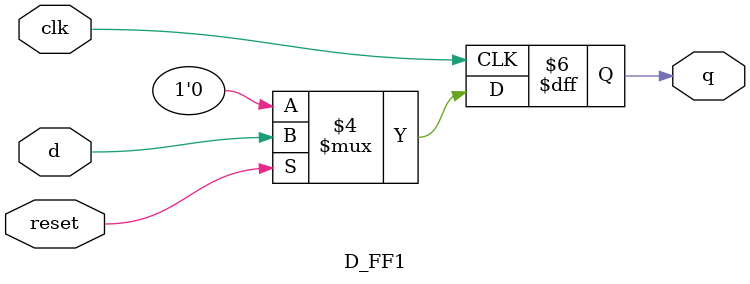
<source format=v>
module D_FF1 # (parameter port = 1) (d, q, clk, reset);

    input [port-1:0] d;
    input clk, reset;
    output reg [port-1:0] q;

    always @ (posedge clk)
    begin
        if(!reset)
            q <= 'd0;
        else
            q <= d; // On clk edge, capture input data
    end

endmodule
</source>
